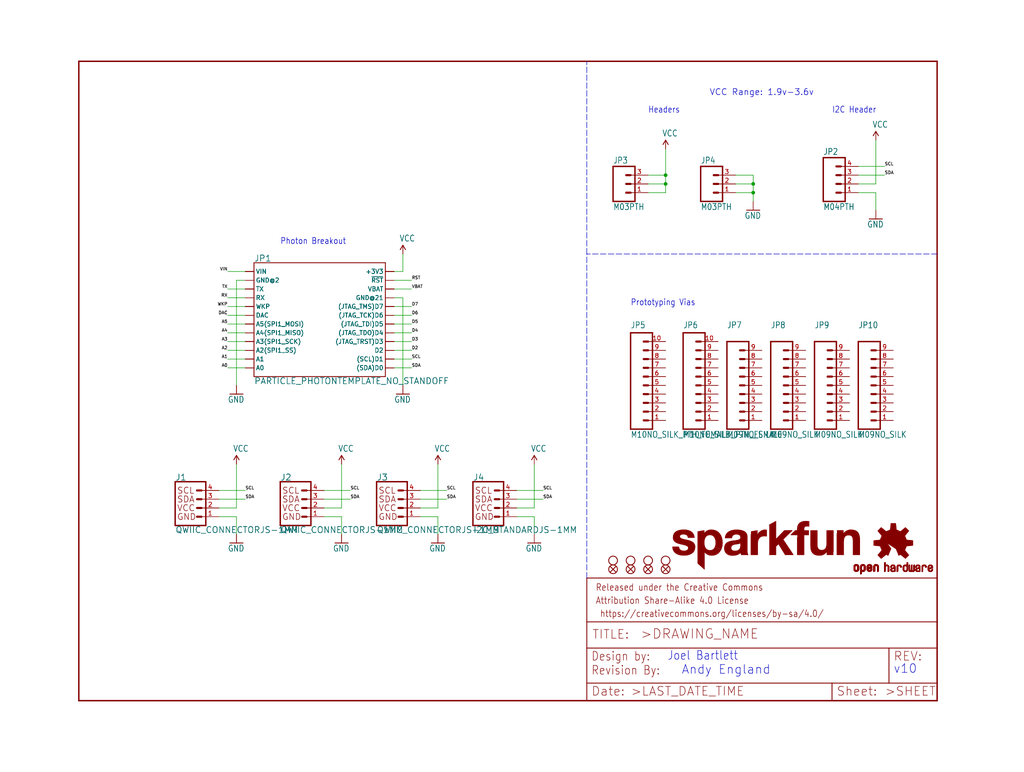
<source format=kicad_sch>
(kicad_sch (version 20211123) (generator eeschema)
  (paper "User" 297.002 223.926)
  (lib_symbols
    (symbol "eagleSchem-eagle-import:FIDUCIALUFIDUCIAL")
    (symbol "eagleSchem-eagle-import:FRAME-LETTER"
      (symbol "FRAME-LETTER_2_0"
        (text " https://creativecommons.org/licenses/by-sa/4.0/" (at 2.54 24.13 0) (effects (font (size 1.9304 1.6408)) (justify left bottom)))
        (text ">DRAWING_NAME" (at 15.494 17.78 0) (effects (font (size 2.7432 2.7432)) (justify left bottom)))
        (text ">LAST_DATE_TIME" (at 12.7 1.27 0) (effects (font (size 2.54 2.54)) (justify left bottom)))
        (text ">SHEET" (at 86.36 1.27 0) (effects (font (size 2.54 2.54)) (justify left bottom)))
        (text "Attribution Share-Alike 4.0 License" (at 2.54 27.94 0) (effects (font (size 1.9304 1.6408)) (justify left bottom)))
        (text "Date:" (at 1.27 1.27 0) (effects (font (size 2.54 2.54)) (justify left bottom)))
        (text "Design by:" (at 1.27 11.43 0) (effects (font (size 2.54 2.159)) (justify left bottom)))
        (text "Released under the Creative Commons" (at 2.54 31.75 0) (effects (font (size 1.9304 1.6408)) (justify left bottom)))
        (text "REV:" (at 88.9 11.43 0) (effects (font (size 2.54 2.54)) (justify left bottom)))
        (text "Sheet:" (at 72.39 1.27 0) (effects (font (size 2.54 2.54)) (justify left bottom)))
        (text "TITLE:" (at 1.524 17.78 0) (effects (font (size 2.54 2.54)) (justify left bottom)))
      )
    )
    (symbol "eagleSchem-eagle-import:GND" (power)
      (property "Value" "GND" (at -2.54 -2.54 0))
      (symbol "GND_1_0"
        (pin power_in line (at 0 2.54 270) (length 2.54) (name "GND") (number "1"))
      )
    )
    (symbol "eagleSchem-eagle-import:I2C_STANDARDJS-1MM"
      (property "Reference" "J" (at -5.08 7.874 0))
      (property "Value" "I2C_STANDARDJS-1MM" (at -5.08 -5.334 0))
      (symbol "I2C_STANDARDJS-1MM_1_0"
        (text "GND" (at -4.572 -2.54 0) (effects (font (size 1.778 1.778)) (justify left)))
        (text "SCL" (at -4.572 5.08 0) (effects (font (size 1.778 1.778)) (justify left)))
        (text "SDA" (at -4.572 2.54 0) (effects (font (size 1.778 1.778)) (justify left)))
        (text "VCC" (at -4.572 0 0) (effects (font (size 1.778 1.778)) (justify left)))
        (pin power_in line (at 7.62 -2.54 180) (length 5.08) (name "GND") (number "1"))
        (pin power_in line (at 7.62 0 180) (length 5.08) (name "VCC") (number "2"))
        (pin passive line (at 7.62 2.54 180) (length 5.08) (name "SDA") (number "3"))
        (pin passive line (at 7.62 5.08 180) (length 5.08) (name "SCL") (number "4"))
      )
    )
    (symbol "eagleSchem-eagle-import:M03PTH"
      (property "Reference" "JP" (at -2.54 5.842 0))
      (property "Value" "M03PTH" (at -2.54 -7.62 0))
      (symbol "M03PTH_1_0"
        (pin passive line (at 7.62 -2.54 180) (length 5.08) (name "1") (number "1"))
        (pin passive line (at 7.62 0 180) (length 5.08) (name "2") (number "2"))
        (pin passive line (at 7.62 2.54 180) (length 5.08) (name "3") (number "3"))
      )
    )
    (symbol "eagleSchem-eagle-import:M04PTH"
      (property "Reference" "JP" (at -5.08 8.382 0))
      (property "Value" "M04PTH" (at -5.08 -7.62 0))
      (symbol "M04PTH_1_0"
        (pin passive line (at 5.08 -2.54 180) (length 5.08) (name "1") (number "1"))
        (pin passive line (at 5.08 0 180) (length 5.08) (name "2") (number "2"))
        (pin passive line (at 5.08 2.54 180) (length 5.08) (name "3") (number "3"))
        (pin passive line (at 5.08 5.08 180) (length 5.08) (name "4") (number "4"))
      )
    )
    (symbol "eagleSchem-eagle-import:M09NO_SILK"
      (property "Reference" "JP" (at 0 16.51 0))
      (property "Value" "M09NO_SILK" (at 0 -15.24 0))
      (symbol "M09NO_SILK_1_0"
        (pin passive line (at 10.16 -10.16 180) (length 5.08) (name "1") (number "1"))
        (pin passive line (at 10.16 -7.62 180) (length 5.08) (name "2") (number "2"))
        (pin passive line (at 10.16 -5.08 180) (length 5.08) (name "3") (number "3"))
        (pin passive line (at 10.16 -2.54 180) (length 5.08) (name "4") (number "4"))
        (pin passive line (at 10.16 0 180) (length 5.08) (name "5") (number "5"))
        (pin passive line (at 10.16 2.54 180) (length 5.08) (name "6") (number "6"))
        (pin passive line (at 10.16 5.08 180) (length 5.08) (name "7") (number "7"))
        (pin passive line (at 10.16 7.62 180) (length 5.08) (name "8") (number "8"))
        (pin passive line (at 10.16 10.16 180) (length 5.08) (name "9") (number "9"))
      )
    )
    (symbol "eagleSchem-eagle-import:M10NO_SILK_PTH_FEMALE"
      (property "Reference" "JP" (at 0 8.89 0))
      (property "Value" "M10NO_SILK_PTH_FEMALE" (at 0 -22.86 0))
      (symbol "M10NO_SILK_PTH_FEMALE_1_0"
        (pin passive line (at 10.16 -17.78 180) (length 5.08) (name "1") (number "1"))
        (pin passive line (at 10.16 5.08 180) (length 5.08) (name "10") (number "10"))
        (pin passive line (at 10.16 -15.24 180) (length 5.08) (name "2") (number "2"))
        (pin passive line (at 10.16 -12.7 180) (length 5.08) (name "3") (number "3"))
        (pin passive line (at 10.16 -10.16 180) (length 5.08) (name "4") (number "4"))
        (pin passive line (at 10.16 -7.62 180) (length 5.08) (name "5") (number "5"))
        (pin passive line (at 10.16 -5.08 180) (length 5.08) (name "6") (number "6"))
        (pin passive line (at 10.16 -2.54 180) (length 5.08) (name "7") (number "7"))
        (pin passive line (at 10.16 0 180) (length 5.08) (name "8") (number "8"))
        (pin passive line (at 10.16 2.54 180) (length 5.08) (name "9") (number "9"))
      )
    )
    (symbol "eagleSchem-eagle-import:OSHW-LOGOM")
    (symbol "eagleSchem-eagle-import:PARTICLE_PHOTONTEMPLATE_NO_STANDOFF"
      (property "Reference" "JP" (at -20.32 18.034 0))
      (property "Value" "PARTICLE_PHOTONTEMPLATE_NO_STANDOFF" (at -20.32 -15.494 0))
      (symbol "PARTICLE_PHOTONTEMPLATE_NO_STANDOFF_1_0"
        (pin power_in line (at -22.86 15.24 0) (length 2.54) (name "VIN") (number "1"))
        (pin bidirectional line (at -22.86 -7.62 0) (length 2.54) (name "A2(SPI1_SS)") (number "10"))
        (pin bidirectional line (at -22.86 -10.16 0) (length 2.54) (name "A1") (number "11"))
        (pin bidirectional line (at -22.86 -12.7 0) (length 2.54) (name "A0") (number "12"))
        (pin bidirectional line (at 20.32 -12.7 180) (length 2.54) (name "(SDA)D0") (number "13"))
        (pin bidirectional line (at 20.32 -10.16 180) (length 2.54) (name "(SCL)D1") (number "14"))
        (pin bidirectional line (at 20.32 -7.62 180) (length 2.54) (name "D2") (number "15"))
        (pin bidirectional line (at 20.32 -5.08 180) (length 2.54) (name "(JTAG_TRST)D3") (number "16"))
        (pin bidirectional line (at 20.32 -2.54 180) (length 2.54) (name "(JTAG_TDO)D4") (number "17"))
        (pin bidirectional line (at 20.32 0 180) (length 2.54) (name "(JTAG_TDI)D5") (number "18"))
        (pin bidirectional line (at 20.32 2.54 180) (length 2.54) (name "(JTAG_TCK)D6") (number "19"))
        (pin power_in line (at -22.86 12.7 0) (length 2.54) (name "GND@2") (number "2"))
        (pin bidirectional line (at 20.32 5.08 180) (length 2.54) (name "(JTAG_TMS)D7") (number "20"))
        (pin power_in line (at 20.32 7.62 180) (length 2.54) (name "GND@21") (number "21"))
        (pin power_in line (at 20.32 10.16 180) (length 2.54) (name "VBAT") (number "22"))
        (pin bidirectional line (at 20.32 12.7 180) (length 2.54) (name "~{RST}") (number "23"))
        (pin power_in line (at 20.32 15.24 180) (length 2.54) (name "+3V3") (number "24"))
        (pin bidirectional line (at -22.86 10.16 0) (length 2.54) (name "TX") (number "3"))
        (pin power_in line (at 20.32 15.24 180) (length 2.54) (name "+3V3") (number "3V3"))
        (pin bidirectional line (at -22.86 7.62 0) (length 2.54) (name "RX") (number "4"))
        (pin bidirectional line (at -22.86 5.08 0) (length 2.54) (name "WKP") (number "5"))
        (pin bidirectional line (at -22.86 2.54 0) (length 2.54) (name "DAC") (number "6"))
        (pin bidirectional line (at -22.86 0 0) (length 2.54) (name "A5(SPI1_MOSI)") (number "7"))
        (pin bidirectional line (at -22.86 -2.54 0) (length 2.54) (name "A4(SPI1_MISO)") (number "8"))
        (pin bidirectional line (at -22.86 -5.08 0) (length 2.54) (name "A3(SPI1_SCK)") (number "9"))
        (pin bidirectional line (at -22.86 -12.7 0) (length 2.54) (name "A0") (number "A0"))
        (pin bidirectional line (at -22.86 -10.16 0) (length 2.54) (name "A1") (number "A1"))
        (pin bidirectional line (at -22.86 -7.62 0) (length 2.54) (name "A2(SPI1_SS)") (number "A2"))
        (pin bidirectional line (at -22.86 -5.08 0) (length 2.54) (name "A3(SPI1_SCK)") (number "A3"))
        (pin bidirectional line (at -22.86 -2.54 0) (length 2.54) (name "A4(SPI1_MISO)") (number "A4"))
        (pin bidirectional line (at -22.86 0 0) (length 2.54) (name "A5(SPI1_MOSI)") (number "A5"))
        (pin bidirectional line (at 20.32 -12.7 180) (length 2.54) (name "(SDA)D0") (number "D0"))
        (pin bidirectional line (at 20.32 -10.16 180) (length 2.54) (name "(SCL)D1") (number "D1"))
        (pin bidirectional line (at 20.32 -7.62 180) (length 2.54) (name "D2") (number "D2"))
        (pin bidirectional line (at 20.32 -5.08 180) (length 2.54) (name "(JTAG_TRST)D3") (number "D3"))
        (pin bidirectional line (at 20.32 -2.54 180) (length 2.54) (name "(JTAG_TDO)D4") (number "D4"))
        (pin bidirectional line (at 20.32 0 180) (length 2.54) (name "(JTAG_TDI)D5") (number "D5"))
        (pin bidirectional line (at 20.32 2.54 180) (length 2.54) (name "(JTAG_TCK)D6") (number "D6"))
        (pin bidirectional line (at 20.32 5.08 180) (length 2.54) (name "(JTAG_TMS)D7") (number "D7"))
        (pin bidirectional line (at -22.86 2.54 0) (length 2.54) (name "DAC") (number "DAC"))
        (pin power_in line (at -22.86 12.7 0) (length 2.54) (name "GND@2") (number "GND@0"))
        (pin power_in line (at 20.32 7.62 180) (length 2.54) (name "GND@21") (number "GND@2"))
        (pin bidirectional line (at 20.32 12.7 180) (length 2.54) (name "~{RST}") (number "RST"))
        (pin bidirectional line (at -22.86 7.62 0) (length 2.54) (name "RX") (number "RX"))
        (pin bidirectional line (at -22.86 10.16 0) (length 2.54) (name "TX") (number "TX"))
        (pin power_in line (at 20.32 10.16 180) (length 2.54) (name "VBAT") (number "VBAT"))
        (pin power_in line (at -22.86 15.24 0) (length 2.54) (name "VIN") (number "VIN"))
        (pin bidirectional line (at -22.86 5.08 0) (length 2.54) (name "WKP") (number "WKP"))
      )
    )
    (symbol "eagleSchem-eagle-import:QWIIC_CONNECTORJS-1MM"
      (property "Reference" "J" (at -5.08 7.874 0))
      (property "Value" "QWIIC_CONNECTORJS-1MM" (at -5.08 -5.334 0))
      (symbol "QWIIC_CONNECTORJS-1MM_1_0"
        (text "GND" (at -4.572 -2.54 0) (effects (font (size 1.778 1.778)) (justify left)))
        (text "SCL" (at -4.572 5.08 0) (effects (font (size 1.778 1.778)) (justify left)))
        (text "SDA" (at -4.572 2.54 0) (effects (font (size 1.778 1.778)) (justify left)))
        (text "VCC" (at -4.572 0 0) (effects (font (size 1.778 1.778)) (justify left)))
        (pin power_in line (at 7.62 -2.54 180) (length 5.08) (name "GND") (number "1"))
        (pin power_in line (at 7.62 0 180) (length 5.08) (name "VCC") (number "2"))
        (pin passive line (at 7.62 2.54 180) (length 5.08) (name "SDA") (number "3"))
        (pin passive line (at 7.62 5.08 180) (length 5.08) (name "SCL") (number "4"))
      )
    )
    (symbol "eagleSchem-eagle-import:REVISION"
      (symbol "REVISION_1_0"
        (text "Revision By: " (at 0 0 0) (effects (font (size 2.54 2.159)) (justify left bottom)))
      )
    )
    (symbol "eagleSchem-eagle-import:SFE_LOGO_NAME.1_INCH")
    (symbol "eagleSchem-eagle-import:STAND-OFF")
    (symbol "eagleSchem-eagle-import:VCC" (power)
      (property "Value" "VCC" (at -1.016 3.556 0))
      (symbol "VCC_1_0"
        (pin power_in line (at 0 0 90) (length 2.54) (name "VCC") (number "1"))
      )
    )
  )
  (junction (at 193.04 53.34))
  (junction (at 193.04 50.8))
  (junction (at 218.44 53.34))
  (junction (at 218.44 55.88))
  (wire (pts (xy 114.3 81.28) (xy 119.38 81.28)))
  (wire (pts (xy 218.44 55.88) (xy 218.44 58.42)))
  (polyline (pts (xy 271.78 73.66) (xy 170.18 73.66)))
  (wire (pts (xy 71.12 78.74) (xy 66.04 78.74)))
  (wire (pts (xy 154.94 147.32) (xy 154.94 134.62)))
  (wire (pts (xy 254 53.34) (xy 254 40.64)))
  (wire (pts (xy 218.44 53.34) (xy 218.44 50.8)))
  (wire (pts (xy 127 147.32) (xy 127 134.62)))
  (wire (pts (xy 248.92 50.8) (xy 256.54 50.8)))
  (wire (pts (xy 114.3 91.44) (xy 119.38 91.44)))
  (wire (pts (xy 218.44 55.88) (xy 218.44 53.34)))
  (wire (pts (xy 149.86 149.86) (xy 154.94 149.86)))
  (wire (pts (xy 121.92 144.78) (xy 129.54 144.78)))
  (wire (pts (xy 68.58 147.32) (xy 68.58 134.62)))
  (wire (pts (xy 93.98 147.32) (xy 99.06 147.32)))
  (polyline (pts (xy 170.18 73.66) (xy 170.18 17.78)))
  (wire (pts (xy 71.12 96.52) (xy 66.04 96.52)))
  (wire (pts (xy 116.84 86.36) (xy 116.84 111.76)))
  (wire (pts (xy 193.04 53.34) (xy 193.04 55.88)))
  (wire (pts (xy 114.3 96.52) (xy 119.38 96.52)))
  (wire (pts (xy 149.86 147.32) (xy 154.94 147.32)))
  (wire (pts (xy 71.12 86.36) (xy 66.04 86.36)))
  (wire (pts (xy 71.12 104.14) (xy 66.04 104.14)))
  (wire (pts (xy 71.12 93.98) (xy 66.04 93.98)))
  (wire (pts (xy 68.58 81.28) (xy 68.58 111.76)))
  (wire (pts (xy 213.36 55.88) (xy 218.44 55.88)))
  (wire (pts (xy 187.96 50.8) (xy 193.04 50.8)))
  (wire (pts (xy 68.58 149.86) (xy 68.58 154.94)))
  (wire (pts (xy 63.5 142.24) (xy 71.12 142.24)))
  (wire (pts (xy 121.92 142.24) (xy 129.54 142.24)))
  (wire (pts (xy 114.3 101.6) (xy 119.38 101.6)))
  (wire (pts (xy 187.96 53.34) (xy 193.04 53.34)))
  (wire (pts (xy 71.12 81.28) (xy 68.58 81.28)))
  (wire (pts (xy 93.98 142.24) (xy 101.6 142.24)))
  (wire (pts (xy 154.94 149.86) (xy 154.94 154.94)))
  (wire (pts (xy 99.06 149.86) (xy 99.06 154.94)))
  (wire (pts (xy 193.04 55.88) (xy 187.96 55.88)))
  (wire (pts (xy 248.92 53.34) (xy 254 53.34)))
  (wire (pts (xy 121.92 149.86) (xy 127 149.86)))
  (polyline (pts (xy 170.18 167.64) (xy 170.18 73.66)))
  (wire (pts (xy 114.3 106.68) (xy 119.38 106.68)))
  (wire (pts (xy 114.3 83.82) (xy 119.38 83.82)))
  (wire (pts (xy 193.04 50.8) (xy 193.04 53.34)))
  (wire (pts (xy 114.3 93.98) (xy 119.38 93.98)))
  (wire (pts (xy 71.12 106.68) (xy 66.04 106.68)))
  (wire (pts (xy 63.5 149.86) (xy 68.58 149.86)))
  (wire (pts (xy 93.98 149.86) (xy 99.06 149.86)))
  (wire (pts (xy 213.36 50.8) (xy 218.44 50.8)))
  (wire (pts (xy 248.92 55.88) (xy 254 55.88)))
  (wire (pts (xy 149.86 142.24) (xy 157.48 142.24)))
  (wire (pts (xy 193.04 43.18) (xy 193.04 50.8)))
  (wire (pts (xy 149.86 144.78) (xy 157.48 144.78)))
  (wire (pts (xy 114.3 86.36) (xy 116.84 86.36)))
  (wire (pts (xy 93.98 144.78) (xy 101.6 144.78)))
  (wire (pts (xy 71.12 88.9) (xy 66.04 88.9)))
  (wire (pts (xy 99.06 147.32) (xy 99.06 134.62)))
  (wire (pts (xy 71.12 83.82) (xy 66.04 83.82)))
  (wire (pts (xy 114.3 104.14) (xy 119.38 104.14)))
  (wire (pts (xy 121.92 147.32) (xy 127 147.32)))
  (wire (pts (xy 63.5 147.32) (xy 68.58 147.32)))
  (wire (pts (xy 114.3 99.06) (xy 119.38 99.06)))
  (wire (pts (xy 71.12 91.44) (xy 66.04 91.44)))
  (wire (pts (xy 71.12 99.06) (xy 66.04 99.06)))
  (wire (pts (xy 254 55.88) (xy 254 60.96)))
  (wire (pts (xy 127 149.86) (xy 127 154.94)))
  (wire (pts (xy 71.12 101.6) (xy 66.04 101.6)))
  (wire (pts (xy 114.3 88.9) (xy 119.38 88.9)))
  (wire (pts (xy 63.5 144.78) (xy 71.12 144.78)))
  (wire (pts (xy 114.3 78.74) (xy 116.84 78.74)))
  (wire (pts (xy 116.84 78.74) (xy 116.84 73.66)))
  (wire (pts (xy 248.92 48.26) (xy 256.54 48.26)))
  (wire (pts (xy 213.36 53.34) (xy 218.44 53.34)))
  (text "v10" (at 259.08 195.58 180) (effects (font (size 2.54 2.54)) (justify left bottom)))
  (text "VCC Range: 1.9v-3.6v" (at 205.74 27.94 180) (effects (font (size 1.778 1.778)) (justify left bottom)))
  (text "Headers" (at 187.96 33.02 180) (effects (font (size 1.778 1.5113)) (justify left bottom)))
  (text "I2C Header" (at 241.3 33.02 180) (effects (font (size 1.778 1.5113)) (justify left bottom)))
  (text "Prototyping Vias" (at 182.88 88.9 180) (effects (font (size 1.778 1.5113)) (justify left bottom)))
  (text "Andy England" (at 197.612 195.834 180) (effects (font (size 2.54 2.54)) (justify left bottom)))
  (text "Photon Breakout" (at 81.28 71.12 180) (effects (font (size 1.778 1.5113)) (justify left bottom)))
  (text "Joel Bartlett" (at 193.548 191.77 180) (effects (font (size 2.54 2.159)) (justify left bottom)))
  (label "SDA" (at 119.38 106.68 0) (effects (font (size 0.889 0.889))))
  (label "DAC" (at 66.04 91.44 180) (effects (font (size 0.889 0.889))))
  (label "SDA" (at 157.48 144.78 0) (effects (font (size 0.889 0.889))))
  (label "SDA" (at 71.12 144.78 0) (effects (font (size 0.889 0.889))))
  (label "D4" (at 119.38 96.52 0) (effects (font (size 0.889 0.889))))
  (label "RST" (at 119.38 81.28 0) (effects (font (size 0.889 0.889))))
  (label "TX" (at 66.04 83.82 180) (effects (font (size 0.889 0.889))))
  (label "D3" (at 119.38 99.06 0) (effects (font (size 0.889 0.889))))
  (label "A4" (at 66.04 96.52 180) (effects (font (size 0.889 0.889))))
  (label "SDA" (at 256.54 50.8 0) (effects (font (size 0.889 0.889))))
  (label "SCL" (at 71.12 142.24 0) (effects (font (size 0.889 0.889))))
  (label "WKP" (at 66.04 88.9 180) (effects (font (size 0.889 0.889))))
  (label "SDA" (at 101.6 144.78 0) (effects (font (size 0.889 0.889))))
  (label "VBAT" (at 119.38 83.82 0) (effects (font (size 0.889 0.889))))
  (label "A2" (at 66.04 101.6 180) (effects (font (size 0.889 0.889))))
  (label "SCL" (at 129.54 142.24 0) (effects (font (size 0.889 0.889))))
  (label "SCL" (at 101.6 142.24 0) (effects (font (size 0.889 0.889))))
  (label "RX" (at 66.04 86.36 180) (effects (font (size 0.889 0.889))))
  (label "A5" (at 66.04 93.98 180) (effects (font (size 0.889 0.889))))
  (label "SDA" (at 129.54 144.78 0) (effects (font (size 0.889 0.889))))
  (label "A3" (at 66.04 99.06 180) (effects (font (size 0.889 0.889))))
  (label "A1" (at 66.04 104.14 180) (effects (font (size 0.889 0.889))))
  (label "VIN" (at 66.04 78.74 180) (effects (font (size 0.889 0.889))))
  (label "D2" (at 119.38 101.6 0) (effects (font (size 0.889 0.889))))
  (label "SCL" (at 256.54 48.26 0) (effects (font (size 0.889 0.889))))
  (label "D6" (at 119.38 91.44 0) (effects (font (size 0.889 0.889))))
  (label "SCL" (at 157.48 142.24 0) (effects (font (size 0.889 0.889))))
  (label "D7" (at 119.38 88.9 0) (effects (font (size 0.889 0.889))))
  (label "SCL" (at 119.38 104.14 0) (effects (font (size 0.889 0.889))))
  (label "A0" (at 66.04 106.68 180) (effects (font (size 0.889 0.889))))
  (label "D5" (at 119.38 93.98 0) (effects (font (size 0.889 0.889))))
  (symbol (lib_id "eagleSchem-eagle-import:STAND-OFF") (at 182.88 162.56 0) (unit 1)
    (property "Reference" "H2" (effects hide))
    (property "Value" "STAND-OFF" (effects hide))
    (property "Footprint" "eagleSchem:STAND-OFF" (effects hide))
  )
  (symbol (lib_id "eagleSchem-eagle-import:GND") (at 68.58 157.48 0) (unit 1)
    (property "Reference" "#GND8" (effects hide))
    (property "Value" "GND" (at 66.04 160.02 0) (effects (font (size 1.778 1.5113)) (justify left bottom)))
    (property "Footprint" "eagleSchem:" (effects hide))
  )
  (symbol (lib_id "eagleSchem-eagle-import:VCC") (at 99.06 134.62 0) (unit 1)
    (property "Reference" "#SUPPLY6" (effects hide))
    (property "Value" "VCC" (at 98.044 131.064 0) (effects (font (size 1.778 1.5113)) (justify left bottom)))
    (property "Footprint" "eagleSchem:" (effects hide))
  )
  (symbol (lib_id "eagleSchem-eagle-import:M03PTH") (at 205.74 53.34 0) (unit 1)
    (property "Reference" "JP4" (at 203.2 47.498 0) (effects (font (size 1.778 1.5113)) (justify left bottom)))
    (property "Value" "M03PTH" (at 203.2 60.96 0) (effects (font (size 1.778 1.5113)) (justify left bottom)))
    (property "Footprint" "eagleSchem:1X03" (effects hide))
  )
  (symbol (lib_id "eagleSchem-eagle-import:GND") (at 154.94 157.48 0) (unit 1)
    (property "Reference" "#GND5" (effects hide))
    (property "Value" "GND" (at 152.4 160.02 0) (effects (font (size 1.778 1.5113)) (justify left bottom)))
    (property "Footprint" "eagleSchem:" (effects hide))
  )
  (symbol (lib_id "eagleSchem-eagle-import:FRAME-LETTER") (at 170.18 203.2 0) (unit 2)
    (property "Reference" "FRAME1" (effects hide))
    (property "Value" "FRAME-LETTER" (effects hide))
    (property "Footprint" "eagleSchem:CREATIVE_COMMONS" (effects hide))
  )
  (symbol (lib_id "eagleSchem-eagle-import:M10NO_SILK_PTH_FEMALE") (at 182.88 104.14 0) (unit 1)
    (property "Reference" "JP5" (at 182.88 95.25 0) (effects (font (size 1.778 1.5113)) (justify left bottom)))
    (property "Value" "M10NO_SILK_PTH_FEMALE" (at 182.88 127 0) (effects (font (size 1.778 1.5113)) (justify left bottom)))
    (property "Footprint" "eagleSchem:1X10_NO_SILK" (effects hide))
  )
  (symbol (lib_id "eagleSchem-eagle-import:QWIIC_CONNECTORJS-1MM") (at 86.36 147.32 0) (unit 1)
    (property "Reference" "J2" (at 81.28 139.446 0) (effects (font (size 1.778 1.778)) (justify left bottom)))
    (property "Value" "QWIIC_CONNECTORJS-1MM" (at 81.28 152.654 0) (effects (font (size 1.778 1.778)) (justify left top)))
    (property "Footprint" "eagleSchem:1X04_1MM_RA" (effects hide))
  )
  (symbol (lib_id "eagleSchem-eagle-import:PARTICLE_PHOTONTEMPLATE_NO_STANDOFF") (at 93.98 93.98 0) (unit 1)
    (property "Reference" "JP1" (at 73.66 75.946 0) (effects (font (size 1.778 1.778)) (justify left bottom)))
    (property "Value" "PARTICLE_PHOTONTEMPLATE_NO_STANDOFF" (at 73.66 109.474 0) (effects (font (size 1.778 1.778)) (justify left top)))
    (property "Footprint" "eagleSchem:PARTICLE_PHOTON_TEMPLATE_NO_STANDOFF" (effects hide))
  )
  (symbol (lib_id "eagleSchem-eagle-import:VCC") (at 154.94 134.62 0) (unit 1)
    (property "Reference" "#SUPPLY4" (effects hide))
    (property "Value" "VCC" (at 153.924 131.064 0) (effects (font (size 1.778 1.5113)) (justify left bottom)))
    (property "Footprint" "eagleSchem:" (effects hide))
  )
  (symbol (lib_id "eagleSchem-eagle-import:VCC") (at 116.84 73.66 0) (unit 1)
    (property "Reference" "#SUPPLY3" (effects hide))
    (property "Value" "VCC" (at 115.824 70.104 0) (effects (font (size 1.778 1.5113)) (justify left bottom)))
    (property "Footprint" "eagleSchem:" (effects hide))
  )
  (symbol (lib_id "eagleSchem-eagle-import:GND") (at 218.44 60.96 0) (unit 1)
    (property "Reference" "#GND3" (effects hide))
    (property "Value" "GND" (at 215.9 63.5 0) (effects (font (size 1.778 1.5113)) (justify left bottom)))
    (property "Footprint" "eagleSchem:" (effects hide))
  )
  (symbol (lib_id "eagleSchem-eagle-import:GND") (at 99.06 157.48 0) (unit 1)
    (property "Reference" "#GND7" (effects hide))
    (property "Value" "GND" (at 96.52 160.02 0) (effects (font (size 1.778 1.5113)) (justify left bottom)))
    (property "Footprint" "eagleSchem:" (effects hide))
  )
  (symbol (lib_id "eagleSchem-eagle-import:VCC") (at 127 134.62 0) (unit 1)
    (property "Reference" "#SUPPLY5" (effects hide))
    (property "Value" "VCC" (at 125.984 131.064 0) (effects (font (size 1.778 1.5113)) (justify left bottom)))
    (property "Footprint" "eagleSchem:" (effects hide))
  )
  (symbol (lib_id "eagleSchem-eagle-import:M10NO_SILK_PTH_FEMALE") (at 198.12 104.14 0) (unit 1)
    (property "Reference" "JP6" (at 198.12 95.25 0) (effects (font (size 1.778 1.5113)) (justify left bottom)))
    (property "Value" "M10NO_SILK_PTH_FEMALE" (at 198.12 127 0) (effects (font (size 1.778 1.5113)) (justify left bottom)))
    (property "Footprint" "eagleSchem:1X10_NO_SILK" (effects hide))
  )
  (symbol (lib_id "eagleSchem-eagle-import:QWIIC_CONNECTORJS-1MM") (at 55.88 147.32 0) (unit 1)
    (property "Reference" "J1" (at 50.8 139.446 0) (effects (font (size 1.778 1.778)) (justify left bottom)))
    (property "Value" "QWIIC_CONNECTORJS-1MM" (at 50.8 152.654 0) (effects (font (size 1.778 1.778)) (justify left top)))
    (property "Footprint" "eagleSchem:1X04_1MM_RA" (effects hide))
  )
  (symbol (lib_id "eagleSchem-eagle-import:VCC") (at 254 40.64 0) (unit 1)
    (property "Reference" "#SUPPLY1" (effects hide))
    (property "Value" "VCC" (at 252.984 37.084 0) (effects (font (size 1.778 1.5113)) (justify left bottom)))
    (property "Footprint" "eagleSchem:" (effects hide))
  )
  (symbol (lib_id "eagleSchem-eagle-import:M04PTH") (at 243.84 53.34 0) (unit 1)
    (property "Reference" "JP2" (at 238.76 44.958 0) (effects (font (size 1.778 1.5113)) (justify left bottom)))
    (property "Value" "M04PTH" (at 238.76 60.96 0) (effects (font (size 1.778 1.5113)) (justify left bottom)))
    (property "Footprint" "eagleSchem:1X04" (effects hide))
  )
  (symbol (lib_id "eagleSchem-eagle-import:FIDUCIALUFIDUCIAL") (at 187.96 165.1 0) (unit 1)
    (property "Reference" "FD3" (effects hide))
    (property "Value" "FIDUCIALUFIDUCIAL" (effects hide))
    (property "Footprint" "eagleSchem:FIDUCIAL-MICRO" (effects hide))
  )
  (symbol (lib_id "eagleSchem-eagle-import:STAND-OFF") (at 193.04 162.56 0) (unit 1)
    (property "Reference" "H4" (effects hide))
    (property "Value" "STAND-OFF" (effects hide))
    (property "Footprint" "eagleSchem:STAND-OFF" (effects hide))
  )
  (symbol (lib_id "eagleSchem-eagle-import:STAND-OFF") (at 177.8 162.56 0) (unit 1)
    (property "Reference" "H1" (effects hide))
    (property "Value" "STAND-OFF" (effects hide))
    (property "Footprint" "eagleSchem:STAND-OFF" (effects hide))
  )
  (symbol (lib_id "eagleSchem-eagle-import:GND") (at 254 63.5 0) (unit 1)
    (property "Reference" "#GND4" (effects hide))
    (property "Value" "GND" (at 251.46 66.04 0) (effects (font (size 1.778 1.5113)) (justify left bottom)))
    (property "Footprint" "eagleSchem:" (effects hide))
  )
  (symbol (lib_id "eagleSchem-eagle-import:M09NO_SILK") (at 236.22 111.76 0) (unit 1)
    (property "Reference" "JP9" (at 236.22 95.25 0) (effects (font (size 1.778 1.5113)) (justify left bottom)))
    (property "Value" "M09NO_SILK" (at 236.22 127 0) (effects (font (size 1.778 1.5113)) (justify left bottom)))
    (property "Footprint" "eagleSchem:1X09_NO_SILK" (effects hide))
  )
  (symbol (lib_id "eagleSchem-eagle-import:FRAME-LETTER") (at 22.86 203.2 0) (unit 1)
    (property "Reference" "FRAME1" (effects hide))
    (property "Value" "FRAME-LETTER" (effects hide))
    (property "Footprint" "eagleSchem:CREATIVE_COMMONS" (effects hide))
  )
  (symbol (lib_id "eagleSchem-eagle-import:GND") (at 68.58 114.3 0) (unit 1)
    (property "Reference" "#GND1" (effects hide))
    (property "Value" "GND" (at 66.04 116.84 0) (effects (font (size 1.778 1.5113)) (justify left bottom)))
    (property "Footprint" "eagleSchem:" (effects hide))
  )
  (symbol (lib_id "eagleSchem-eagle-import:M09NO_SILK") (at 223.52 111.76 0) (unit 1)
    (property "Reference" "JP8" (at 223.52 95.25 0) (effects (font (size 1.778 1.5113)) (justify left bottom)))
    (property "Value" "M09NO_SILK" (at 223.52 127 0) (effects (font (size 1.778 1.5113)) (justify left bottom)))
    (property "Footprint" "eagleSchem:1X09_NO_SILK" (effects hide))
  )
  (symbol (lib_id "eagleSchem-eagle-import:REVISION") (at 171.45 195.834 0) (unit 1)
    (property "Reference" "LOGO2" (effects hide))
    (property "Value" "REVISION" (effects hide))
    (property "Footprint" "eagleSchem:REVISION" (effects hide))
  )
  (symbol (lib_id "eagleSchem-eagle-import:STAND-OFF") (at 187.96 162.56 0) (unit 1)
    (property "Reference" "H3" (effects hide))
    (property "Value" "STAND-OFF" (effects hide))
    (property "Footprint" "eagleSchem:STAND-OFF" (effects hide))
  )
  (symbol (lib_id "eagleSchem-eagle-import:M09NO_SILK") (at 210.82 111.76 0) (unit 1)
    (property "Reference" "JP7" (at 210.82 95.25 0) (effects (font (size 1.778 1.5113)) (justify left bottom)))
    (property "Value" "M09NO_SILK" (at 210.82 127 0) (effects (font (size 1.778 1.5113)) (justify left bottom)))
    (property "Footprint" "eagleSchem:1X09_NO_SILK" (effects hide))
  )
  (symbol (lib_id "eagleSchem-eagle-import:VCC") (at 193.04 43.18 0) (unit 1)
    (property "Reference" "#SUPPLY2" (effects hide))
    (property "Value" "VCC" (at 192.024 39.624 0) (effects (font (size 1.778 1.5113)) (justify left bottom)))
    (property "Footprint" "eagleSchem:" (effects hide))
  )
  (symbol (lib_id "eagleSchem-eagle-import:FIDUCIALUFIDUCIAL") (at 193.04 165.1 0) (unit 1)
    (property "Reference" "FD4" (effects hide))
    (property "Value" "FIDUCIALUFIDUCIAL" (effects hide))
    (property "Footprint" "eagleSchem:FIDUCIAL-MICRO" (effects hide))
  )
  (symbol (lib_id "eagleSchem-eagle-import:QWIIC_CONNECTORJS-1MM") (at 114.3 147.32 0) (unit 1)
    (property "Reference" "J3" (at 109.22 139.446 0) (effects (font (size 1.778 1.778)) (justify left bottom)))
    (property "Value" "QWIIC_CONNECTORJS-1MM" (at 109.22 152.654 0) (effects (font (size 1.778 1.778)) (justify left top)))
    (property "Footprint" "eagleSchem:1X04_1MM_RA" (effects hide))
  )
  (symbol (lib_id "eagleSchem-eagle-import:VCC") (at 68.58 134.62 0) (unit 1)
    (property "Reference" "#SUPPLY7" (effects hide))
    (property "Value" "VCC" (at 67.564 131.064 0) (effects (font (size 1.778 1.5113)) (justify left bottom)))
    (property "Footprint" "eagleSchem:" (effects hide))
  )
  (symbol (lib_id "eagleSchem-eagle-import:FIDUCIALUFIDUCIAL") (at 182.88 165.1 0) (unit 1)
    (property "Reference" "FD2" (effects hide))
    (property "Value" "FIDUCIALUFIDUCIAL" (effects hide))
    (property "Footprint" "eagleSchem:FIDUCIAL-MICRO" (effects hide))
  )
  (symbol (lib_id "eagleSchem-eagle-import:FIDUCIALUFIDUCIAL") (at 177.8 165.1 0) (unit 1)
    (property "Reference" "FD1" (effects hide))
    (property "Value" "FIDUCIALUFIDUCIAL" (effects hide))
    (property "Footprint" "eagleSchem:FIDUCIAL-MICRO" (effects hide))
  )
  (symbol (lib_id "eagleSchem-eagle-import:GND") (at 127 157.48 0) (unit 1)
    (property "Reference" "#GND6" (effects hide))
    (property "Value" "GND" (at 124.46 160.02 0) (effects (font (size 1.778 1.5113)) (justify left bottom)))
    (property "Footprint" "eagleSchem:" (effects hide))
  )
  (symbol (lib_id "eagleSchem-eagle-import:GND") (at 116.84 114.3 0) (unit 1)
    (property "Reference" "#GND2" (effects hide))
    (property "Value" "GND" (at 114.3 116.84 0) (effects (font (size 1.778 1.5113)) (justify left bottom)))
    (property "Footprint" "eagleSchem:" (effects hide))
  )
  (symbol (lib_id "eagleSchem-eagle-import:I2C_STANDARDJS-1MM") (at 142.24 147.32 0) (unit 1)
    (property "Reference" "J4" (at 137.16 139.446 0) (effects (font (size 1.778 1.778)) (justify left bottom)))
    (property "Value" "I2C_STANDARDJS-1MM" (at 137.16 152.654 0) (effects (font (size 1.778 1.778)) (justify left top)))
    (property "Footprint" "eagleSchem:1X04_1MM_RA" (effects hide))
  )
  (symbol (lib_id "eagleSchem-eagle-import:OSHW-LOGOM") (at 259.08 157.48 0) (unit 1)
    (property "Reference" "LOGO1" (effects hide))
    (property "Value" "OSHW-LOGOM" (effects hide))
    (property "Footprint" "eagleSchem:OSHW-LOGO-M" (effects hide))
  )
  (symbol (lib_id "eagleSchem-eagle-import:SFE_LOGO_NAME.1_INCH") (at 193.04 165.1 0) (unit 1)
    (property "Reference" "U$4" (effects hide))
    (property "Value" "SFE_LOGO_NAME.1_INCH" (effects hide))
    (property "Footprint" "eagleSchem:SFE_LOGO_NAME_.1" (effects hide))
  )
  (symbol (lib_id "eagleSchem-eagle-import:M09NO_SILK") (at 248.92 111.76 0) (unit 1)
    (property "Reference" "JP10" (at 248.92 95.25 0) (effects (font (size 1.778 1.5113)) (justify left bottom)))
    (property "Value" "M09NO_SILK" (at 248.92 127 0) (effects (font (size 1.778 1.5113)) (justify left bottom)))
    (property "Footprint" "eagleSchem:1X09_NO_SILK" (effects hide))
  )
  (symbol (lib_id "eagleSchem-eagle-import:M03PTH") (at 180.34 53.34 0) (unit 1)
    (property "Reference" "JP3" (at 177.8 47.498 0) (effects (font (size 1.778 1.5113)) (justify left bottom)))
    (property "Value" "M03PTH" (at 177.8 60.96 0) (effects (font (size 1.778 1.5113)) (justify left bottom)))
    (property "Footprint" "eagleSchem:1X03" (effects hide))
  )
)
</source>
